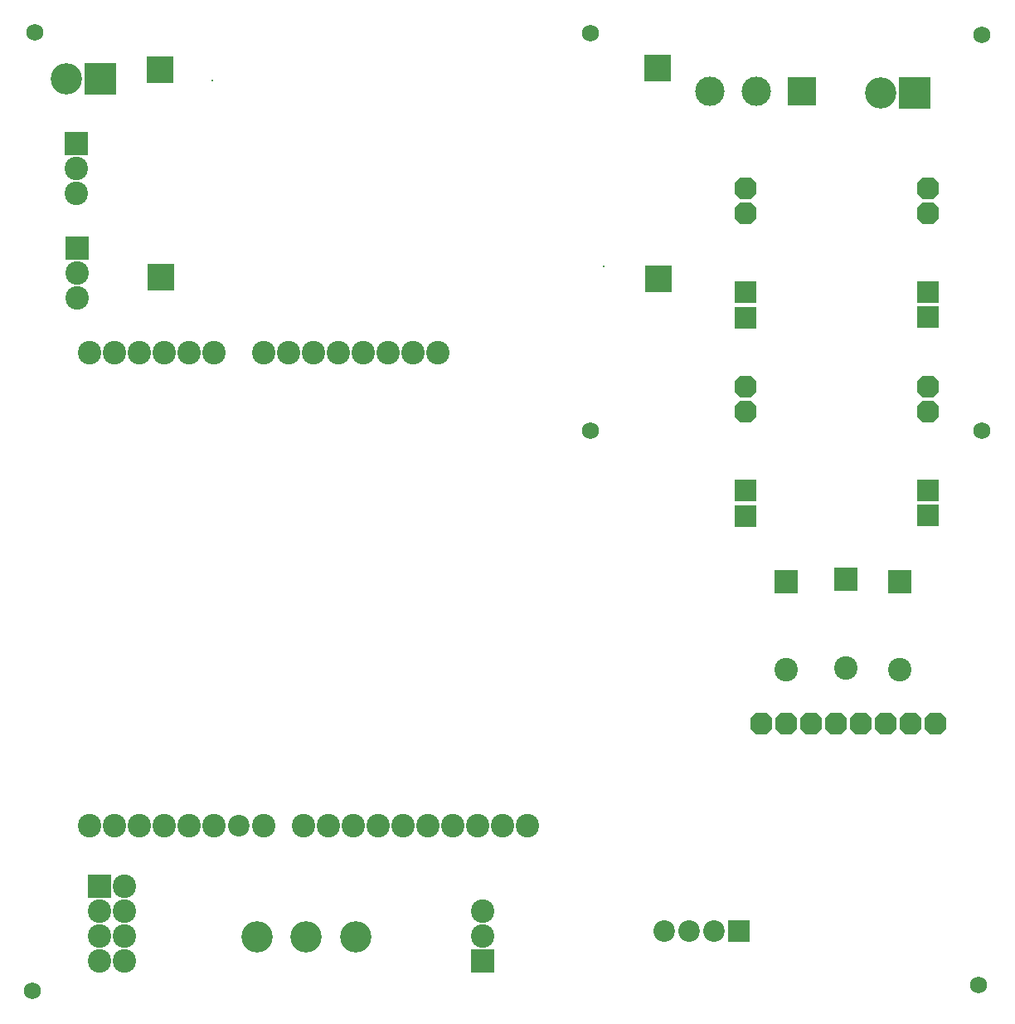
<source format=gbs>
G04*
G04 #@! TF.GenerationSoftware,Altium Limited,Altium Designer,23.0.1 (38)*
G04*
G04 Layer_Color=16711935*
%FSLAX42Y42*%
%MOMM*%
G71*
G04*
G04 #@! TF.SameCoordinates,5E3E34A1-7FEC-4214-86D8-9FB3ECCAC709*
G04*
G04*
G04 #@! TF.FilePolarity,Negative*
G04*
G01*
G75*
%ADD18R,2.20X2.20*%
%ADD19C,2.20*%
%ADD20R,3.20X3.20*%
%ADD21C,3.20*%
G04:AMPARAMS|DCode=22|XSize=2.2mm|YSize=2.2mm|CornerRadius=0mm|HoleSize=0mm|Usage=FLASHONLY|Rotation=0.000|XOffset=0mm|YOffset=0mm|HoleType=Round|Shape=Octagon|*
%AMOCTAGOND22*
4,1,8,1.10,-0.55,1.10,0.55,0.55,1.10,-0.55,1.10,-1.10,0.55,-1.10,-0.55,-0.55,-1.10,0.55,-1.10,1.10,-0.55,0.0*
%
%ADD22OCTAGOND22*%

%ADD23R,2.20X2.20*%
%ADD24C,3.00*%
%ADD25R,3.00X3.00*%
%ADD26C,0.20*%
%ADD27R,2.70X2.70*%
%ADD28C,2.40*%
%ADD29C,2.20*%
%ADD30R,2.40X2.40*%
%ADD31C,1.73*%
G04:AMPARAMS|DCode=32|XSize=2.2mm|YSize=2.2mm|CornerRadius=0mm|HoleSize=0mm|Usage=FLASHONLY|Rotation=270.000|XOffset=0mm|YOffset=0mm|HoleType=Round|Shape=Octagon|*
%AMOCTAGOND32*
4,1,8,-0.55,-1.10,0.55,-1.10,1.10,-0.55,1.10,0.55,0.55,1.10,-0.55,1.10,-1.10,0.55,-1.10,-0.55,-0.55,-1.10,0.0*
%
%ADD32OCTAGOND32*%

D18*
X9818Y5955D02*
D03*
D19*
X9564D02*
D03*
X9310D02*
D03*
X9056D02*
D03*
D20*
X11615Y14510D02*
D03*
X3305Y14650D02*
D03*
D21*
X11265Y14510D02*
D03*
X2955Y14650D02*
D03*
X5405Y5900D02*
D03*
X4905D02*
D03*
X5905D02*
D03*
D22*
X11750Y11260D02*
D03*
X9890Y11510D02*
D03*
X11750D02*
D03*
X9890Y11260D02*
D03*
X11750Y13285D02*
D03*
X9890Y13535D02*
D03*
X11750D02*
D03*
X9890Y13285D02*
D03*
D23*
X11750Y10200D02*
D03*
Y10450D02*
D03*
X9890Y10190D02*
D03*
X9890Y10450D02*
D03*
X11750Y12225D02*
D03*
Y12475D02*
D03*
X9890Y12215D02*
D03*
X9890Y12475D02*
D03*
D24*
X9525Y14530D02*
D03*
X9995D02*
D03*
D25*
X10465D02*
D03*
D26*
X8440Y12743D02*
D03*
X4440Y14635D02*
D03*
D27*
X3919Y12628D02*
D03*
X3907Y14749D02*
D03*
X8987Y14762D02*
D03*
X8999Y12616D02*
D03*
D28*
X4969Y7029D02*
D03*
X4461D02*
D03*
X4207D02*
D03*
X3953D02*
D03*
X3699D02*
D03*
X3445D02*
D03*
X3191D02*
D03*
X7661D02*
D03*
X7407D02*
D03*
X7153D02*
D03*
X6899D02*
D03*
X6645D02*
D03*
X6391D02*
D03*
X6137D02*
D03*
X5883D02*
D03*
X5629D02*
D03*
X5375D02*
D03*
X3191Y11855D02*
D03*
X3445D02*
D03*
X3699D02*
D03*
X3953D02*
D03*
X4207D02*
D03*
X4461D02*
D03*
X4969D02*
D03*
X5223D02*
D03*
X5477D02*
D03*
X5731D02*
D03*
X5985D02*
D03*
X6239D02*
D03*
X6493D02*
D03*
X6747D02*
D03*
X3060Y12669D02*
D03*
Y12415D02*
D03*
X3055Y13740D02*
D03*
Y13486D02*
D03*
X7205Y6163D02*
D03*
Y5909D02*
D03*
X3550Y5657D02*
D03*
X3296D02*
D03*
X3550Y5911D02*
D03*
Y6165D02*
D03*
X3296Y5911D02*
D03*
Y6165D02*
D03*
X3550Y6419D02*
D03*
X11460Y8625D02*
D03*
X10910Y8645D02*
D03*
X10305Y8625D02*
D03*
D29*
X4715Y7029D02*
D03*
D30*
X3060Y12923D02*
D03*
X3055Y13994D02*
D03*
X7205Y5655D02*
D03*
X3296Y6419D02*
D03*
X11460Y9525D02*
D03*
X10910Y9545D02*
D03*
X10305Y9525D02*
D03*
D31*
X12305Y15100D02*
D03*
X2610Y5345D02*
D03*
X2630Y15125D02*
D03*
X8305Y15120D02*
D03*
X12270Y5410D02*
D03*
X12305Y11065D02*
D03*
X8305D02*
D03*
D32*
X10049Y8077D02*
D03*
X10303D02*
D03*
X10557D02*
D03*
X10811D02*
D03*
X11065D02*
D03*
X11319D02*
D03*
X11573D02*
D03*
X11827D02*
D03*
M02*

</source>
